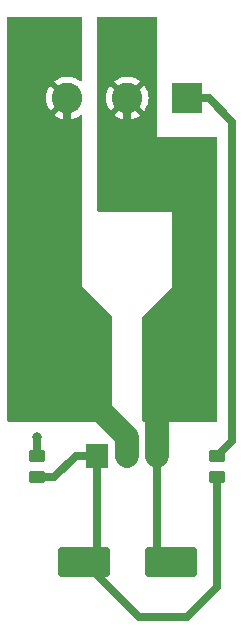
<source format=gbr>
%TF.GenerationSoftware,KiCad,Pcbnew,7.0.2*%
%TF.CreationDate,2023-05-13T17:25:18+02:00*%
%TF.ProjectId,Einschaltstrombegrenzung,45696e73-6368-4616-9c74-7374726f6d62,rev?*%
%TF.SameCoordinates,Original*%
%TF.FileFunction,Copper,L1,Top*%
%TF.FilePolarity,Positive*%
%FSLAX46Y46*%
G04 Gerber Fmt 4.6, Leading zero omitted, Abs format (unit mm)*
G04 Created by KiCad (PCBNEW 7.0.2) date 2023-05-13 17:25:18*
%MOMM*%
%LPD*%
G01*
G04 APERTURE LIST*
G04 Aperture macros list*
%AMRoundRect*
0 Rectangle with rounded corners*
0 $1 Rounding radius*
0 $2 $3 $4 $5 $6 $7 $8 $9 X,Y pos of 4 corners*
0 Add a 4 corners polygon primitive as box body*
4,1,4,$2,$3,$4,$5,$6,$7,$8,$9,$2,$3,0*
0 Add four circle primitives for the rounded corners*
1,1,$1+$1,$2,$3*
1,1,$1+$1,$4,$5*
1,1,$1+$1,$6,$7*
1,1,$1+$1,$8,$9*
0 Add four rect primitives between the rounded corners*
20,1,$1+$1,$2,$3,$4,$5,0*
20,1,$1+$1,$4,$5,$6,$7,0*
20,1,$1+$1,$6,$7,$8,$9,0*
20,1,$1+$1,$8,$9,$2,$3,0*%
G04 Aperture macros list end*
%TA.AperFunction,ComponentPad*%
%ADD10R,2.600000X2.600000*%
%TD*%
%TA.AperFunction,ComponentPad*%
%ADD11C,2.600000*%
%TD*%
%TA.AperFunction,SMDPad,CuDef*%
%ADD12RoundRect,0.250000X-0.450000X0.262500X-0.450000X-0.262500X0.450000X-0.262500X0.450000X0.262500X0*%
%TD*%
%TA.AperFunction,SMDPad,CuDef*%
%ADD13RoundRect,0.250000X-1.950000X-1.000000X1.950000X-1.000000X1.950000X1.000000X-1.950000X1.000000X0*%
%TD*%
%TA.AperFunction,SMDPad,CuDef*%
%ADD14RoundRect,0.250000X0.450000X-0.262500X0.450000X0.262500X-0.450000X0.262500X-0.450000X-0.262500X0*%
%TD*%
%TA.AperFunction,ComponentPad*%
%ADD15R,1.905000X2.000000*%
%TD*%
%TA.AperFunction,ComponentPad*%
%ADD16O,1.905000X2.000000*%
%TD*%
%TA.AperFunction,ViaPad*%
%ADD17C,0.800000*%
%TD*%
%TA.AperFunction,Conductor*%
%ADD18C,0.700000*%
%TD*%
%TA.AperFunction,Conductor*%
%ADD19C,2.000000*%
%TD*%
%TA.AperFunction,Conductor*%
%ADD20C,0.250000*%
%TD*%
G04 APERTURE END LIST*
D10*
%TO.P,J2,1,Pin_1*%
%TO.N,+24V*%
X142240000Y-72937500D03*
D11*
%TO.P,J2,2,Pin_2*%
%TO.N,GND*%
X137160000Y-72937500D03*
%TO.P,J2,3,Pin_3*%
%TO.N,GND1*%
X132080000Y-72937500D03*
%TD*%
D12*
%TO.P,R1,1*%
%TO.N,+24V*%
X144780000Y-103227500D03*
%TO.P,R1,2*%
%TO.N,Net-(Q1-G)*%
X144780000Y-105052500D03*
%TD*%
D13*
%TO.P,C1,1*%
%TO.N,Net-(Q1-G)*%
X133460000Y-112167500D03*
%TO.P,C1,2*%
%TO.N,GND*%
X140860000Y-112167500D03*
%TD*%
D14*
%TO.P,R2,1*%
%TO.N,Net-(Q1-G)*%
X129540000Y-105052500D03*
%TO.P,R2,2*%
%TO.N,GND*%
X129540000Y-103227500D03*
%TD*%
D15*
%TO.P,Q1,1,G*%
%TO.N,Net-(Q1-G)*%
X134620000Y-103210000D03*
D16*
%TO.P,Q1,2,D*%
%TO.N,GND1*%
X137160000Y-103210000D03*
%TO.P,Q1,3,S*%
%TO.N,GND*%
X139700000Y-103210000D03*
%TD*%
D17*
%TO.N,GND*%
X129540000Y-101600000D03*
%TD*%
D18*
%TO.N,Net-(Q1-G)*%
X132831250Y-103210000D02*
X134620000Y-103210000D01*
X129540000Y-105052500D02*
X130988750Y-105052500D01*
X130988750Y-105052500D02*
X132831250Y-103210000D01*
%TO.N,GND*%
X129540000Y-101600000D02*
X129540000Y-103227500D01*
%TO.N,+24V*%
X146050000Y-74930000D02*
X146050000Y-101957500D01*
X144057500Y-72937500D02*
X146050000Y-74930000D01*
X142240000Y-72937500D02*
X144057500Y-72937500D01*
X146050000Y-101957500D02*
X144780000Y-103227500D01*
D19*
%TO.N,GND1*%
X137160000Y-101600000D02*
X137160000Y-103210000D01*
X134620000Y-99060000D02*
X137160000Y-101600000D01*
X132080000Y-99060000D02*
X134620000Y-99060000D01*
D18*
%TO.N,GND*%
X137160000Y-80010000D02*
X137160000Y-72937500D01*
X143510000Y-95250000D02*
X143510000Y-80010000D01*
X139700000Y-99060000D02*
X143510000Y-95250000D01*
X143510000Y-80010000D02*
X137160000Y-80010000D01*
D19*
X139700000Y-103210000D02*
X139700000Y-99060000D01*
D18*
%TO.N,Net-(Q1-G)*%
X138132500Y-116840000D02*
X133460000Y-112167500D01*
X142240000Y-116840000D02*
X138132500Y-116840000D01*
X144780000Y-114300000D02*
X142240000Y-116840000D01*
X144780000Y-105052500D02*
X144780000Y-114300000D01*
%TO.N,GND1*%
X132080000Y-72937500D02*
X132080000Y-99060000D01*
%TO.N,Net-(Q1-G)*%
X134620000Y-111007500D02*
X134620000Y-103210000D01*
D20*
X133460000Y-112167500D02*
X134620000Y-111007500D01*
D18*
%TO.N,GND*%
X139700000Y-111007500D02*
X139700000Y-103210000D01*
D20*
X140860000Y-112167500D02*
X139700000Y-111007500D01*
%TD*%
%TA.AperFunction,Conductor*%
%TO.N,GND1*%
G36*
X133293039Y-66060185D02*
G01*
X133338794Y-66112989D01*
X133350000Y-66164500D01*
X133349999Y-71390204D01*
X133330314Y-71457243D01*
X133277510Y-71502998D01*
X133208352Y-71512942D01*
X133156147Y-71492658D01*
X132982519Y-71374280D01*
X132739460Y-71257229D01*
X132481660Y-71177708D01*
X132214891Y-71137500D01*
X131945109Y-71137500D01*
X131678339Y-71177708D01*
X131420542Y-71257229D01*
X131177476Y-71374283D01*
X130994848Y-71498796D01*
X131754054Y-72258001D01*
X131741109Y-72262713D01*
X131594627Y-72359055D01*
X131474312Y-72486582D01*
X131401552Y-72612605D01*
X130642295Y-71853348D01*
X130588598Y-71920682D01*
X130453708Y-72154321D01*
X130355146Y-72405450D01*
X130295113Y-72668473D01*
X130274952Y-72937500D01*
X130295113Y-73206526D01*
X130355146Y-73469549D01*
X130453708Y-73720678D01*
X130588598Y-73954316D01*
X130642295Y-74021650D01*
X131402804Y-73261142D01*
X131426059Y-73315053D01*
X131530756Y-73455685D01*
X131665062Y-73568382D01*
X131756664Y-73614386D01*
X130994848Y-74376202D01*
X131177479Y-74500717D01*
X131420542Y-74617770D01*
X131678339Y-74697291D01*
X131945109Y-74737500D01*
X132214891Y-74737500D01*
X132481660Y-74697291D01*
X132739460Y-74617770D01*
X132982523Y-74500717D01*
X133156147Y-74382342D01*
X133222626Y-74360841D01*
X133290176Y-74378695D01*
X133337350Y-74430235D01*
X133349999Y-74484795D01*
X133349999Y-88899999D01*
X135853681Y-91403681D01*
X135887166Y-91465004D01*
X135890000Y-91491362D01*
X135890000Y-100206000D01*
X135870315Y-100273039D01*
X135817511Y-100318794D01*
X135766000Y-100330000D01*
X127124500Y-100330000D01*
X127057461Y-100310315D01*
X127011706Y-100257511D01*
X127000500Y-100206000D01*
X127000500Y-66164500D01*
X127020185Y-66097461D01*
X127072989Y-66051706D01*
X127124500Y-66040500D01*
X133226000Y-66040500D01*
X133293039Y-66060185D01*
G37*
%TD.AperFunction*%
%TD*%
%TA.AperFunction,Conductor*%
%TO.N,GND*%
G36*
X139643039Y-66060185D02*
G01*
X139688794Y-66112989D01*
X139700000Y-66164499D01*
X139700000Y-76200000D01*
X144656000Y-76200000D01*
X144723039Y-76219685D01*
X144768794Y-76272489D01*
X144780000Y-76324000D01*
X144780000Y-100206000D01*
X144760315Y-100273039D01*
X144707511Y-100318794D01*
X144656000Y-100330000D01*
X138554000Y-100330000D01*
X138486961Y-100310315D01*
X138441206Y-100257511D01*
X138430000Y-100206000D01*
X138430000Y-91491361D01*
X138449685Y-91424322D01*
X138466314Y-91403685D01*
X140970000Y-88900000D01*
X140970000Y-82550000D01*
X134744000Y-82550000D01*
X134676961Y-82530315D01*
X134631206Y-82477511D01*
X134620000Y-82426000D01*
X134620000Y-72937500D01*
X135354952Y-72937500D01*
X135375113Y-73206526D01*
X135435146Y-73469549D01*
X135533708Y-73720678D01*
X135668598Y-73954316D01*
X135722295Y-74021650D01*
X136482804Y-73261142D01*
X136506059Y-73315053D01*
X136610756Y-73455685D01*
X136745062Y-73568382D01*
X136836665Y-73614386D01*
X136074848Y-74376202D01*
X136257479Y-74500717D01*
X136500542Y-74617770D01*
X136758339Y-74697291D01*
X137025109Y-74737500D01*
X137294891Y-74737500D01*
X137561660Y-74697291D01*
X137819460Y-74617770D01*
X138062523Y-74500717D01*
X138245150Y-74376202D01*
X137485945Y-73616998D01*
X137498891Y-73612287D01*
X137645373Y-73515945D01*
X137765688Y-73388418D01*
X137838447Y-73262394D01*
X138597703Y-74021651D01*
X138597704Y-74021650D01*
X138651400Y-73954318D01*
X138786291Y-73720678D01*
X138884853Y-73469549D01*
X138944886Y-73206526D01*
X138965047Y-72937500D01*
X138944886Y-72668473D01*
X138884853Y-72405450D01*
X138786291Y-72154321D01*
X138651398Y-71920678D01*
X138597704Y-71853347D01*
X137837195Y-72613856D01*
X137813941Y-72559947D01*
X137709244Y-72419315D01*
X137574938Y-72306618D01*
X137483334Y-72260613D01*
X138245150Y-71498796D01*
X138062519Y-71374280D01*
X137819460Y-71257229D01*
X137561660Y-71177708D01*
X137294891Y-71137500D01*
X137025109Y-71137500D01*
X136758339Y-71177708D01*
X136500542Y-71257229D01*
X136257476Y-71374283D01*
X136074848Y-71498796D01*
X136834054Y-72258001D01*
X136821109Y-72262713D01*
X136674627Y-72359055D01*
X136554312Y-72486582D01*
X136481552Y-72612605D01*
X135722295Y-71853348D01*
X135668598Y-71920682D01*
X135533708Y-72154321D01*
X135435146Y-72405450D01*
X135375113Y-72668473D01*
X135354952Y-72937500D01*
X134620000Y-72937500D01*
X134620000Y-66164500D01*
X134639685Y-66097461D01*
X134692489Y-66051706D01*
X134744000Y-66040500D01*
X139576000Y-66040500D01*
X139643039Y-66060185D01*
G37*
%TD.AperFunction*%
%TD*%
M02*

</source>
